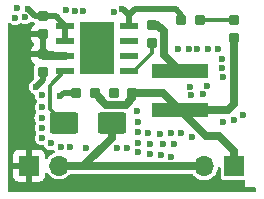
<source format=gbr>
%TF.GenerationSoftware,KiCad,Pcbnew,8.0.4*%
%TF.CreationDate,2026-02-25T15:38:23+07:00*%
%TF.ProjectId,Buck_V1.1,4275636b-5f56-4312-9e31-2e6b69636164,rev?*%
%TF.SameCoordinates,Original*%
%TF.FileFunction,Copper,L1,Top*%
%TF.FilePolarity,Positive*%
%FSLAX46Y46*%
G04 Gerber Fmt 4.6, Leading zero omitted, Abs format (unit mm)*
G04 Created by KiCad (PCBNEW 8.0.4) date 2026-02-25 15:38:23*
%MOMM*%
%LPD*%
G01*
G04 APERTURE LIST*
G04 Aperture macros list*
%AMRoundRect*
0 Rectangle with rounded corners*
0 $1 Rounding radius*
0 $2 $3 $4 $5 $6 $7 $8 $9 X,Y pos of 4 corners*
0 Add a 4 corners polygon primitive as box body*
4,1,4,$2,$3,$4,$5,$6,$7,$8,$9,$2,$3,0*
0 Add four circle primitives for the rounded corners*
1,1,$1+$1,$2,$3*
1,1,$1+$1,$4,$5*
1,1,$1+$1,$6,$7*
1,1,$1+$1,$8,$9*
0 Add four rect primitives between the rounded corners*
20,1,$1+$1,$2,$3,$4,$5,0*
20,1,$1+$1,$4,$5,$6,$7,0*
20,1,$1+$1,$6,$7,$8,$9,0*
20,1,$1+$1,$8,$9,$2,$3,0*%
G04 Aperture macros list end*
%TA.AperFunction,SMDPad,CuDef*%
%ADD10RoundRect,0.180000X1.020000X0.720000X-1.020000X0.720000X-1.020000X-0.720000X1.020000X-0.720000X0*%
%TD*%
%TA.AperFunction,SMDPad,CuDef*%
%ADD11RoundRect,0.127500X-0.297500X-0.322500X0.297500X-0.322500X0.297500X0.322500X-0.297500X0.322500X0*%
%TD*%
%TA.AperFunction,SMDPad,CuDef*%
%ADD12R,1.550000X0.600000*%
%TD*%
%TA.AperFunction,ComponentPad*%
%ADD13C,0.600000*%
%TD*%
%TA.AperFunction,SMDPad,CuDef*%
%ADD14R,2.600000X3.100000*%
%TD*%
%TA.AperFunction,SMDPad,CuDef*%
%ADD15R,2.950000X4.500000*%
%TD*%
%TA.AperFunction,ComponentPad*%
%ADD16R,1.700000X1.700000*%
%TD*%
%TA.AperFunction,ComponentPad*%
%ADD17O,1.700000X1.700000*%
%TD*%
%TA.AperFunction,SMDPad,CuDef*%
%ADD18R,4.700000X1.180000*%
%TD*%
%TA.AperFunction,SMDPad,CuDef*%
%ADD19RoundRect,0.127500X0.322500X-0.297500X0.322500X0.297500X-0.322500X0.297500X-0.322500X-0.297500X0*%
%TD*%
%TA.AperFunction,SMDPad,CuDef*%
%ADD20RoundRect,0.127500X-0.322500X0.297500X-0.322500X-0.297500X0.322500X-0.297500X0.322500X0.297500X0*%
%TD*%
%TA.AperFunction,ViaPad*%
%ADD21C,0.600000*%
%TD*%
%TA.AperFunction,Conductor*%
%ADD22C,0.500000*%
%TD*%
%TA.AperFunction,Conductor*%
%ADD23C,0.700000*%
%TD*%
%TA.AperFunction,Conductor*%
%ADD24C,0.300000*%
%TD*%
G04 APERTURE END LIST*
D10*
%TO.P,D3,1,K*%
%TO.N,Net-(D3-K)*%
X127530000Y-38552500D03*
%TO.P,D3,2,A*%
%TO.N,GND*%
X131580000Y-38552500D03*
%TD*%
D11*
%TO.P,C5,1*%
%TO.N,/Vout*%
X133310000Y-36002500D03*
%TO.P,C5,2*%
%TO.N,GND*%
X131760000Y-36002500D03*
%TD*%
%TO.P,C4,1*%
%TO.N,/Vout*%
X130120000Y-36002501D03*
%TO.P,C4,2*%
%TO.N,GND*%
X128570000Y-36002501D03*
%TD*%
D12*
%TO.P,U1,1,BOOT*%
%TO.N,Net-(U1-BOOT)*%
X133060000Y-34147500D03*
%TO.P,U1,2,NC*%
%TO.N,unconnected-(U1-NC-Pad2)*%
X133060000Y-32877500D03*
%TO.P,U1,3,NC*%
%TO.N,unconnected-(U1-NC-Pad3)*%
X133060000Y-31607500D03*
%TO.P,U1,4,VSENSE*%
%TO.N,GND*%
X133060000Y-30337500D03*
%TO.P,U1,5,EN*%
X127660000Y-30337500D03*
%TO.P,U1,6,GND*%
X127660000Y-31607500D03*
%TO.P,U1,7,VIN*%
%TO.N,/Vin*%
X127660000Y-32877500D03*
%TO.P,U1,8,PH*%
%TO.N,Net-(D3-K)*%
X127660000Y-34147500D03*
D13*
%TO.P,U1,9,GNDPAD*%
%TO.N,AGND*%
X130960000Y-34042500D03*
X130960000Y-32842500D03*
X130960000Y-31542500D03*
X130960000Y-30442500D03*
D14*
X130360000Y-32242500D03*
D15*
X130360000Y-32242500D03*
D13*
X129760000Y-34042500D03*
X129760000Y-32842500D03*
X129760000Y-31542500D03*
X129760000Y-30442500D03*
%TD*%
D16*
%TO.P,IN,1,Pin_1*%
%TO.N,/Vin*%
X124580000Y-42170000D03*
D17*
%TO.P,IN,2,Pin_2*%
%TO.N,GND*%
X127120000Y-42170000D03*
%TD*%
D18*
%TO.P,L3,1*%
%TO.N,Net-(D3-K)*%
X137360000Y-34130000D03*
%TO.P,L3,2*%
%TO.N,/Vout*%
X137360000Y-37440000D03*
%TD*%
D19*
%TO.P,C2,1*%
%TO.N,/Vin*%
X125720000Y-32732500D03*
%TO.P,C2,2*%
%TO.N,GND*%
X125720000Y-34282500D03*
%TD*%
D11*
%TO.P,R2,1*%
%TO.N,Net-(R1-Pad2)*%
X139030000Y-29840000D03*
%TO.P,R2,2*%
%TO.N,GND*%
X137480000Y-29840000D03*
%TD*%
D20*
%TO.P,C1,1*%
%TO.N,/Vin*%
X125730000Y-31052500D03*
%TO.P,C1,2*%
%TO.N,GND*%
X125730000Y-29502500D03*
%TD*%
D19*
%TO.P,C3,1*%
%TO.N,Net-(D3-K)*%
X134990000Y-30257500D03*
%TO.P,C3,2*%
%TO.N,Net-(U1-BOOT)*%
X134990000Y-31807500D03*
%TD*%
D16*
%TO.P,OUT,1,Pin_1*%
%TO.N,/Vout*%
X141940000Y-42240000D03*
D17*
%TO.P,OUT,2,Pin_2*%
%TO.N,GND*%
X139400000Y-42240000D03*
%TD*%
D20*
%TO.P,R1,1*%
%TO.N,/Vout*%
X141920000Y-31385000D03*
%TO.P,R1,2*%
%TO.N,Net-(R1-Pad2)*%
X141920000Y-29835000D03*
%TD*%
D21*
%TO.N,GND*%
X127230000Y-36320000D03*
X134690000Y-39390000D03*
X128500000Y-29060000D03*
X133720000Y-37560000D03*
X129170000Y-29080000D03*
X132880000Y-40660000D03*
X133760000Y-39330000D03*
X134820000Y-41150000D03*
X123390000Y-29650000D03*
X140990000Y-38450000D03*
X141970000Y-38320000D03*
X133830000Y-41030000D03*
X140570000Y-32280000D03*
X138180000Y-35500000D03*
X139730000Y-32340000D03*
X135690000Y-39480000D03*
X129360000Y-40690000D03*
X127670000Y-29040000D03*
X127260000Y-40600000D03*
X142720000Y-37890000D03*
X134830000Y-40310000D03*
X133760000Y-38440000D03*
X132460000Y-28890000D03*
X132050000Y-40670000D03*
X125660000Y-39850000D03*
X137450000Y-39430000D03*
X140890000Y-33190000D03*
X140880000Y-33890000D03*
X139270000Y-36140000D03*
X131810000Y-29150000D03*
X124480000Y-28900000D03*
X125640000Y-36160000D03*
X138260000Y-36230000D03*
X128040000Y-40620000D03*
X138100000Y-32270000D03*
X140980000Y-34680000D03*
X123590000Y-28860000D03*
X125640000Y-38110000D03*
X138350000Y-39730000D03*
X125650000Y-37220000D03*
X136630000Y-39440000D03*
X126420000Y-40290000D03*
X139660000Y-35420000D03*
X135900000Y-40330000D03*
X136570000Y-41420000D03*
X124230000Y-29580000D03*
X133790000Y-40260000D03*
X136890000Y-40340000D03*
X138810000Y-32310000D03*
X131760000Y-36040000D03*
X137210000Y-32300000D03*
X135730000Y-41260000D03*
X125150000Y-35500000D03*
X125660000Y-38980000D03*
%TO.N,Net-(D3-K)*%
X135010000Y-30260000D03*
X127630000Y-34140000D03*
%TD*%
D22*
%TO.N,GND*%
X133060000Y-29430000D02*
X133060000Y-30337500D01*
X127547499Y-36002501D02*
X127230000Y-36320000D01*
X125730000Y-29502500D02*
X125082500Y-29502500D01*
X132460000Y-28890000D02*
X132520000Y-28890000D01*
X128570000Y-36002501D02*
X127547499Y-36002501D01*
X132520000Y-28890000D02*
X133060000Y-29430000D01*
D23*
X128820000Y-42240000D02*
X127190000Y-42240000D01*
D22*
X125720000Y-34930000D02*
X125150000Y-35500000D01*
X137480000Y-29390000D02*
X137040000Y-28950000D01*
X125082500Y-29502500D02*
X124480000Y-28900000D01*
X127660000Y-30337500D02*
X126825000Y-29502500D01*
D23*
X131580000Y-38552500D02*
X131580000Y-39820000D01*
X139400000Y-42240000D02*
X128820000Y-42240000D01*
D22*
X126825000Y-29502500D02*
X125730000Y-29502500D01*
D23*
X131580000Y-39820000D02*
X129160000Y-42240000D01*
D22*
X133540000Y-28950000D02*
X133060000Y-29430000D01*
D23*
X127190000Y-42240000D02*
X127120000Y-42170000D01*
D22*
X137480000Y-29840000D02*
X137480000Y-29390000D01*
X137040000Y-28950000D02*
X133540000Y-28950000D01*
X125720000Y-34282500D02*
X125720000Y-34930000D01*
D23*
X129160000Y-42240000D02*
X128820000Y-42240000D01*
D22*
X127660000Y-30337500D02*
X127660000Y-31607500D01*
D24*
%TO.N,Net-(U1-BOOT)*%
X134990000Y-31807500D02*
X134990000Y-32620000D01*
X134990000Y-32620000D02*
X133462500Y-34147500D01*
X133462500Y-34147500D02*
X133060000Y-34147500D01*
D23*
%TO.N,/Vout*%
X141940000Y-40900000D02*
X140690000Y-39650000D01*
X131119999Y-37002500D02*
X132760000Y-37002500D01*
X141920000Y-36980000D02*
X141460000Y-37440000D01*
X135922500Y-36002500D02*
X137360000Y-37440000D01*
X141460000Y-37440000D02*
X137360000Y-37440000D01*
X130120000Y-36002501D02*
X131119999Y-37002500D01*
X140690000Y-39650000D02*
X139570000Y-39650000D01*
X132760000Y-37002500D02*
X133310000Y-36452500D01*
X133310000Y-36002500D02*
X135922500Y-36002500D01*
X133310000Y-36452500D02*
X133310000Y-36002500D01*
X141940000Y-42240000D02*
X141940000Y-40900000D01*
X139570000Y-39650000D02*
X137360000Y-37440000D01*
X141920000Y-31385000D02*
X141920000Y-36980000D01*
D24*
%TO.N,Net-(R1-Pad2)*%
X141915000Y-29840000D02*
X141920000Y-29835000D01*
X139030000Y-29840000D02*
X141915000Y-29840000D01*
D23*
%TO.N,/Vin*%
X125730000Y-32722500D02*
X125720000Y-32732500D01*
X127660000Y-32877500D02*
X125865000Y-32877500D01*
X125865000Y-32877500D02*
X125720000Y-32732500D01*
%TO.N,Net-(D3-K)*%
X136000000Y-32770000D02*
X137360000Y-34130000D01*
X135440000Y-30257500D02*
X136000000Y-30817500D01*
D24*
X126320000Y-37342500D02*
X127530000Y-38552500D01*
X127637500Y-34147500D02*
X127630000Y-34140000D01*
D23*
X135007500Y-30257500D02*
X135010000Y-30260000D01*
D24*
X126320000Y-35400000D02*
X126320000Y-37342500D01*
D23*
X135012500Y-30257500D02*
X135440000Y-30257500D01*
X136000000Y-30817500D02*
X136000000Y-32770000D01*
D24*
X127622500Y-34147500D02*
X127572500Y-34147500D01*
X127630000Y-34140000D02*
X127622500Y-34147500D01*
D23*
X134990000Y-30257500D02*
X135007500Y-30257500D01*
D24*
X127660000Y-34147500D02*
X127637500Y-34147500D01*
D23*
X135010000Y-30260000D02*
X135012500Y-30257500D01*
D24*
X127572500Y-34147500D02*
X126320000Y-35400000D01*
%TD*%
%TA.AperFunction,Conductor*%
%TO.N,/Vin*%
G36*
X124794945Y-29974125D02*
G01*
X124813611Y-29982919D01*
X124842304Y-29999485D01*
X124842306Y-29999486D01*
X124870012Y-30015483D01*
X124870014Y-30015483D01*
X124870015Y-30015484D01*
X124969822Y-30042227D01*
X125029481Y-30078591D01*
X125060010Y-30141438D01*
X125051715Y-30210813D01*
X125023434Y-30247794D01*
X125025360Y-30249720D01*
X124907741Y-30367338D01*
X124907735Y-30367346D01*
X124827032Y-30503808D01*
X124827030Y-30503813D01*
X124782800Y-30656052D01*
X124782799Y-30656058D01*
X124780000Y-30691628D01*
X124780000Y-30802500D01*
X125856000Y-30802500D01*
X125923039Y-30822185D01*
X125968794Y-30874989D01*
X125980000Y-30926500D01*
X125980000Y-31959138D01*
X125970000Y-31993193D01*
X125970000Y-32482500D01*
X126589000Y-32482500D01*
X126656039Y-32502185D01*
X126701794Y-32554989D01*
X126713000Y-32606500D01*
X126713000Y-32627500D01*
X127786000Y-32627500D01*
X127853039Y-32647185D01*
X127898794Y-32699989D01*
X127910000Y-32751500D01*
X127910000Y-33003500D01*
X127890315Y-33070539D01*
X127837511Y-33116294D01*
X127786000Y-33127500D01*
X126466000Y-33127500D01*
X126398961Y-33107815D01*
X126353206Y-33055011D01*
X126342000Y-33003500D01*
X126342000Y-32982500D01*
X124770000Y-32982500D01*
X124770000Y-33093371D01*
X124772799Y-33128941D01*
X124772800Y-33128947D01*
X124817030Y-33281186D01*
X124817032Y-33281191D01*
X124897735Y-33417653D01*
X124897741Y-33417661D01*
X125009838Y-33529758D01*
X125009847Y-33529765D01*
X125025109Y-33538791D01*
X125072793Y-33589860D01*
X125085296Y-33658602D01*
X125061759Y-33719156D01*
X125014824Y-33782751D01*
X124972211Y-33904528D01*
X124972211Y-33904530D01*
X124969500Y-33933446D01*
X124969500Y-34631542D01*
X124969501Y-34631548D01*
X124972212Y-34660469D01*
X124972212Y-34660471D01*
X124972213Y-34660474D01*
X125008376Y-34763821D01*
X125011938Y-34833600D01*
X124979016Y-34892457D01*
X124947995Y-34923478D01*
X124907768Y-34950357D01*
X124847165Y-34975460D01*
X124847158Y-34975464D01*
X124721719Y-35071716D01*
X124625463Y-35197160D01*
X124564956Y-35343237D01*
X124564955Y-35343239D01*
X124544318Y-35499998D01*
X124544318Y-35500001D01*
X124564955Y-35656760D01*
X124564956Y-35656762D01*
X124619869Y-35789335D01*
X124625464Y-35802841D01*
X124721718Y-35928282D01*
X124847159Y-36024536D01*
X124960108Y-36071321D01*
X125014511Y-36115162D01*
X125035594Y-36169696D01*
X125043534Y-36230001D01*
X125054956Y-36316762D01*
X125115464Y-36462841D01*
X125184646Y-36553001D01*
X125211719Y-36588283D01*
X125221073Y-36595460D01*
X125262276Y-36651888D01*
X125266431Y-36721634D01*
X125232219Y-36782554D01*
X125222195Y-36791240D01*
X125221722Y-36791713D01*
X125221718Y-36791717D01*
X125221718Y-36791718D01*
X125211423Y-36805135D01*
X125125463Y-36917160D01*
X125064956Y-37063237D01*
X125064955Y-37063239D01*
X125044318Y-37219998D01*
X125044318Y-37220001D01*
X125064955Y-37376760D01*
X125064956Y-37376762D01*
X125125464Y-37522842D01*
X125171623Y-37582997D01*
X125196817Y-37648166D01*
X125182779Y-37716611D01*
X125171624Y-37733968D01*
X125115464Y-37807158D01*
X125054956Y-37953237D01*
X125054955Y-37953239D01*
X125034318Y-38109998D01*
X125034318Y-38110001D01*
X125054955Y-38266760D01*
X125054956Y-38266762D01*
X125115464Y-38412842D01*
X125143975Y-38449998D01*
X125167654Y-38480857D01*
X125168949Y-38482544D01*
X125194144Y-38547713D01*
X125180106Y-38616158D01*
X125168951Y-38633516D01*
X125135464Y-38677158D01*
X125074956Y-38823237D01*
X125074955Y-38823239D01*
X125054318Y-38979998D01*
X125054318Y-38980001D01*
X125074955Y-39136760D01*
X125074956Y-39136762D01*
X125135464Y-39282842D01*
X125178950Y-39339514D01*
X125204144Y-39404683D01*
X125190105Y-39473128D01*
X125178950Y-39490486D01*
X125135464Y-39547157D01*
X125074956Y-39693237D01*
X125074955Y-39693239D01*
X125054318Y-39849998D01*
X125054318Y-39850001D01*
X125074955Y-40006760D01*
X125074956Y-40006762D01*
X125132407Y-40145462D01*
X125135464Y-40152841D01*
X125231718Y-40278282D01*
X125357159Y-40374536D01*
X125503238Y-40435044D01*
X125660000Y-40455682D01*
X125735079Y-40445797D01*
X125804112Y-40456562D01*
X125856368Y-40502941D01*
X125865824Y-40521284D01*
X125895462Y-40592838D01*
X125895463Y-40592840D01*
X125895464Y-40592841D01*
X125991718Y-40718282D01*
X126117159Y-40814536D01*
X126263238Y-40875044D01*
X126341619Y-40885363D01*
X126419999Y-40895682D01*
X126420000Y-40895682D01*
X126420001Y-40895682D01*
X126459190Y-40890522D01*
X126576762Y-40875044D01*
X126593097Y-40868277D01*
X126662562Y-40860807D01*
X126725042Y-40892080D01*
X126738925Y-40907352D01*
X126742536Y-40912058D01*
X126767730Y-40977227D01*
X126753691Y-41045672D01*
X126704877Y-41095662D01*
X126688954Y-41103171D01*
X126604982Y-41135701D01*
X126604980Y-41135702D01*
X126423699Y-41247947D01*
X126266127Y-41391593D01*
X126152954Y-41541458D01*
X126096845Y-41583094D01*
X126027133Y-41587785D01*
X125965951Y-41554043D01*
X125932724Y-41492579D01*
X125930000Y-41466731D01*
X125930000Y-41272172D01*
X125929999Y-41272155D01*
X125923598Y-41212627D01*
X125923596Y-41212620D01*
X125873354Y-41077913D01*
X125873350Y-41077906D01*
X125787190Y-40962812D01*
X125787187Y-40962809D01*
X125672093Y-40876649D01*
X125672086Y-40876645D01*
X125537379Y-40826403D01*
X125537372Y-40826401D01*
X125477844Y-40820000D01*
X124830000Y-40820000D01*
X124830000Y-41736988D01*
X124772993Y-41704075D01*
X124645826Y-41670000D01*
X124514174Y-41670000D01*
X124387007Y-41704075D01*
X124330000Y-41736988D01*
X124330000Y-40820000D01*
X123682155Y-40820000D01*
X123622627Y-40826401D01*
X123622620Y-40826403D01*
X123487913Y-40876645D01*
X123487906Y-40876649D01*
X123372812Y-40962809D01*
X123372809Y-40962812D01*
X123286649Y-41077906D01*
X123286645Y-41077913D01*
X123236403Y-41212620D01*
X123236401Y-41212627D01*
X123230000Y-41272155D01*
X123230000Y-41920000D01*
X124146988Y-41920000D01*
X124114075Y-41977007D01*
X124080000Y-42104174D01*
X124080000Y-42235826D01*
X124114075Y-42362993D01*
X124146988Y-42420000D01*
X123230000Y-42420000D01*
X123230000Y-43067844D01*
X123236401Y-43127372D01*
X123236403Y-43127379D01*
X123286645Y-43262086D01*
X123286649Y-43262093D01*
X123372809Y-43377187D01*
X123372812Y-43377190D01*
X123487906Y-43463350D01*
X123487913Y-43463354D01*
X123622620Y-43513596D01*
X123622627Y-43513598D01*
X123682155Y-43519999D01*
X123682172Y-43520000D01*
X124330000Y-43520000D01*
X124330000Y-42603012D01*
X124387007Y-42635925D01*
X124514174Y-42670000D01*
X124645826Y-42670000D01*
X124772993Y-42635925D01*
X124830000Y-42603012D01*
X124830000Y-43520000D01*
X125477828Y-43520000D01*
X125477844Y-43519999D01*
X125537372Y-43513598D01*
X125537379Y-43513596D01*
X125672086Y-43463354D01*
X125672093Y-43463350D01*
X125787187Y-43377190D01*
X125787190Y-43377187D01*
X125873350Y-43262093D01*
X125873354Y-43262086D01*
X125923596Y-43127379D01*
X125923598Y-43127372D01*
X125929999Y-43067844D01*
X125930000Y-43067827D01*
X125930000Y-42873268D01*
X125949685Y-42806229D01*
X126002489Y-42760474D01*
X126071647Y-42750530D01*
X126135203Y-42779555D01*
X126152950Y-42798537D01*
X126266128Y-42948407D01*
X126423698Y-43092052D01*
X126604981Y-43204298D01*
X126803802Y-43281321D01*
X127013390Y-43320500D01*
X127013392Y-43320500D01*
X127226608Y-43320500D01*
X127226610Y-43320500D01*
X127436198Y-43281321D01*
X127635019Y-43204298D01*
X127816302Y-43092052D01*
X127973872Y-42948407D01*
X127980392Y-42939772D01*
X128036501Y-42898137D01*
X128079346Y-42890500D01*
X128755931Y-42890500D01*
X129224069Y-42890500D01*
X138387792Y-42890500D01*
X138454831Y-42910185D01*
X138486744Y-42939771D01*
X138546128Y-43018407D01*
X138703698Y-43162052D01*
X138884981Y-43274298D01*
X139083802Y-43351321D01*
X139293390Y-43390500D01*
X139293392Y-43390500D01*
X139506608Y-43390500D01*
X139506610Y-43390500D01*
X139716198Y-43351321D01*
X139915019Y-43274298D01*
X140096302Y-43162052D01*
X140253872Y-43018407D01*
X140382366Y-42848255D01*
X140403292Y-42806229D01*
X140477403Y-42657394D01*
X140477403Y-42657393D01*
X140477405Y-42657389D01*
X140535756Y-42452310D01*
X140542029Y-42384605D01*
X140567814Y-42319669D01*
X140624614Y-42278981D01*
X140694395Y-42275461D01*
X140755002Y-42310225D01*
X140787193Y-42372238D01*
X140789500Y-42396047D01*
X140789500Y-43134856D01*
X140789502Y-43134882D01*
X140792413Y-43159987D01*
X140792415Y-43159991D01*
X140837793Y-43262764D01*
X140837794Y-43262765D01*
X140917235Y-43342206D01*
X141020009Y-43387585D01*
X141045135Y-43390500D01*
X142756000Y-43390499D01*
X142823039Y-43410184D01*
X142868794Y-43462987D01*
X142880000Y-43514499D01*
X142880000Y-44000000D01*
X143675500Y-44000000D01*
X143742539Y-44019685D01*
X143788294Y-44072489D01*
X143799500Y-44124000D01*
X143799500Y-44325500D01*
X143779815Y-44392539D01*
X143727011Y-44438294D01*
X143675500Y-44449500D01*
X122924500Y-44449500D01*
X122857461Y-44429815D01*
X122811706Y-44377011D01*
X122800500Y-44325500D01*
X122800500Y-32371628D01*
X124770000Y-32371628D01*
X124770000Y-32482500D01*
X125470000Y-32482500D01*
X125470000Y-31825862D01*
X125480000Y-31791806D01*
X125480000Y-31302500D01*
X124780000Y-31302500D01*
X124780000Y-31413371D01*
X124782799Y-31448941D01*
X124782800Y-31448947D01*
X124827030Y-31601186D01*
X124827032Y-31601191D01*
X124907735Y-31737653D01*
X124907741Y-31737661D01*
X124969899Y-31799819D01*
X125003384Y-31861142D01*
X124998400Y-31930834D01*
X124969899Y-31975181D01*
X124897741Y-32047338D01*
X124897735Y-32047346D01*
X124817032Y-32183808D01*
X124817030Y-32183813D01*
X124772800Y-32336052D01*
X124772799Y-32336058D01*
X124770000Y-32371628D01*
X122800500Y-32371628D01*
X122800500Y-30206021D01*
X122820185Y-30138982D01*
X122872989Y-30093227D01*
X122942147Y-30083283D01*
X122999984Y-30107645D01*
X123040824Y-30138982D01*
X123087157Y-30174535D01*
X123087158Y-30174535D01*
X123087159Y-30174536D01*
X123233238Y-30235044D01*
X123293435Y-30242969D01*
X123389999Y-30255682D01*
X123390000Y-30255682D01*
X123390001Y-30255682D01*
X123442254Y-30248802D01*
X123546762Y-30235044D01*
X123692841Y-30174536D01*
X123780128Y-30107557D01*
X123845295Y-30082365D01*
X123913740Y-30096403D01*
X123920105Y-30100494D01*
X123920119Y-30100472D01*
X123927157Y-30104534D01*
X123927159Y-30104536D01*
X124073238Y-30165044D01*
X124145330Y-30174535D01*
X124229999Y-30185682D01*
X124230000Y-30185682D01*
X124230001Y-30185682D01*
X124282254Y-30178802D01*
X124386762Y-30165044D01*
X124532841Y-30104536D01*
X124658282Y-30008282D01*
X124663932Y-30002632D01*
X124725254Y-29969144D01*
X124794945Y-29974125D01*
G37*
%TD.AperFunction*%
%TD*%
M02*

</source>
